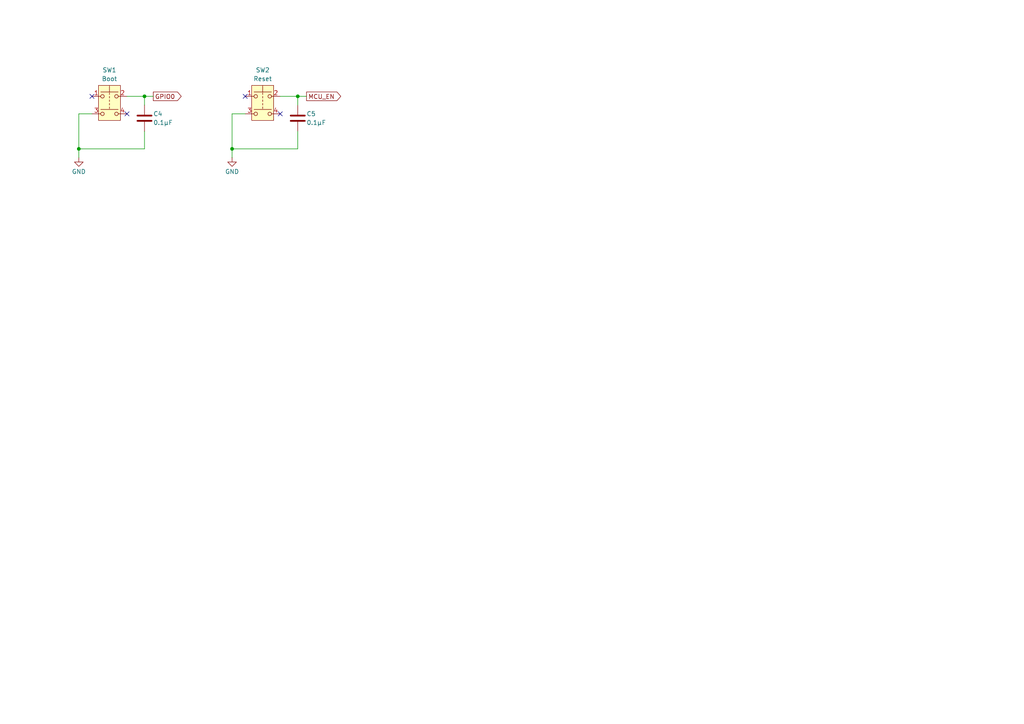
<source format=kicad_sch>
(kicad_sch (version 20231120) (generator "eeschema") (generator_version "8.0")
  (paper "A4")
  (title_block (title "ATL-100 (Multiparametric Station) - SMT Based") (date "2024-09-06") (rev "v0.1.0-alpha") (company "AgroTechLab (Laboratório de Desenvolvimento de Tecnologias para o Agronegócio)") (comment 1 "IFSC/Lages (Instituto Federal de Santa Catarina)") (comment 2 "Confidential (access prohibited without signing a non-disclouser agreement)") (comment 3 "Author: Robson Costa (robson.costa@ifsc.edu.br)"))
  (lib_symbols
    (symbol "Device:C" (pin_numbers hide) (pin_names (offset 0.254))
      (property "Reference" "C" (at 0.635 2.54 0))
      (property "Value" "C" (at 0.635 -2.54 0))
      (symbol "C_0_1"
        (polyline (pts (xy -2.032 -0.762) (xy 2.032 -0.762)) (stroke (width 0.508)))
        (polyline (pts (xy -2.032 0.762) (xy 2.032 0.762)) (stroke (width 0.508)))
      )
      (symbol "C_1_1"
        (pin passive line (at 0 3.81 270) (length 2.794) (name "~") (number "1"))
        (pin passive line (at 0 -3.81 90) (length 2.794) (name "~") (number "2"))
      )
    )
    (symbol "Switch:SW_Push_Dual" (pin_names (offset 1.016) hide)
      (property "Reference" "SW" (at 0 7.62 0))
      (property "Value" "SW_Push_Dual" (at 0 -6.35 0))
      (symbol "SW_Push_Dual_0_1"
        (circle (center -2.032 -2.54) (radius 0.508))
        (circle (center -2.032 2.54) (radius 0.508))
        (polyline (pts (xy 0 -0.508) (xy 0 -1.016)))
        (polyline (pts (xy 0 0.508) (xy 0 0)))
        (polyline (pts (xy 0 1.016) (xy 0 1.524)))
        (polyline (pts (xy 0 2.032) (xy 0 2.54)))
        (polyline (pts (xy 0 3.048) (xy 0 3.556)))
        (polyline (pts (xy 0 3.81) (xy 0 5.588)))
        (polyline (pts (xy 2.54 -1.27) (xy -2.54 -1.27)))
        (polyline (pts (xy 2.54 3.81) (xy -2.54 3.81)))
        (circle (center 2.032 -2.54) (radius 0.508))
        (circle (center 2.032 2.54) (radius 0.508))
        (pin passive line (at -5.08 2.54 0) (length 2.54) (name "1") (number "1"))
        (pin passive line (at 5.08 2.54 180) (length 2.54) (name "2") (number "2"))
        (pin passive line (at -5.08 -2.54 0) (length 2.54) (name "3") (number "3"))
        (pin passive line (at 5.08 -2.54 180) (length 2.54) (name "4") (number "4"))
      )
      (symbol "SW_Push_Dual_1_1"
        (rectangle (start -3.175 5.715) (end 3.175 -4.445) (fill (type background)))
      )
    )
    (symbol "power:GND" (power) (pin_numbers hide) (pin_names (offset 0) hide)
      (property "Value" "GND" (at 0 -3.81 0))
      (symbol "GND_0_1"
        (polyline (pts (xy 0 0) (xy 0 -1.27) (xy 1.27 -1.27) (xy 0 -2.54) (xy -1.27 -1.27) (xy 0 -1.27)))
      )
      (symbol "GND_1_1"
        (pin power_in line (at 0 0 270) (length 0) (name "~") (number "1"))
      )
    )
  )
  (junction (at 67.31 43.18))
  (junction (at 22.86 43.18))
  (junction (at 41.91 27.94))
  (junction (at 86.36 27.94))
  (no_connect (at 81.28 33.02))
  (no_connect (at 71.12 27.94))
  (no_connect (at 26.67 27.94))
  (no_connect (at 36.83 33.02))
  (wire (pts (xy 67.31 43.18) (xy 67.31 45.72)))
  (wire (pts (xy 26.67 33.02) (xy 22.86 33.02)))
  (wire (pts (xy 71.12 33.02) (xy 67.31 33.02)))
  (wire (pts (xy 36.83 27.94) (xy 41.91 27.94)))
  (wire (pts (xy 86.36 27.94) (xy 86.36 30.48)))
  (wire (pts (xy 67.31 43.18) (xy 86.36 43.18)))
  (wire (pts (xy 41.91 27.94) (xy 44.45 27.94)))
  (wire (pts (xy 41.91 27.94) (xy 41.91 30.48)))
  (wire (pts (xy 22.86 33.02) (xy 22.86 43.18)))
  (wire (pts (xy 81.28 27.94) (xy 86.36 27.94)))
  (wire (pts (xy 22.86 43.18) (xy 41.91 43.18)))
  (wire (pts (xy 41.91 43.18) (xy 41.91 38.1)))
  (wire (pts (xy 22.86 43.18) (xy 22.86 45.72)))
  (wire (pts (xy 86.36 27.94) (xy 88.9 27.94)))
  (wire (pts (xy 86.36 43.18) (xy 86.36 38.1)))
  (wire (pts (xy 67.31 33.02) (xy 67.31 43.18)))
  (global_label "GPIO0" (shape output) (at 44.45 27.94 0) (property "Intersheetrefs" "${INTERSHEET_REFS}" (effects (hide yes))))
  (global_label "MCU_EN" (shape output) (at 88.9 27.94 0) (property "Intersheetrefs" "${INTERSHEET_REFS}" (effects (hide yes))))
  (symbol (lib_id "Device:C") (at 86.36 34.29 0) (unit 1)
    (property "Reference" "C5" (at 88.9 33.02 0) (effects (justify left)))
    (property "Value" "0.1µF" (at 88.9 35.56 0) (effects (justify left)))
    (property "Footprint" "Capacitor_SMD:C_0402_1005Metric" (effects (hide yes)))
    (property "Description" "MLCC, 0.1µF, 50V, X7R, 10%, 0402" (effects (hide yes)))
    (property "Manufacturer" "TAIYO YUDEN" (effects (hide yes)))
    (property "Part Number" "MLASU105SB7104KFNB25" (effects (hide yes)))
  )
  (symbol (lib_id "Device:C") (at 41.91 34.29 0) (unit 1)
    (property "Reference" "C4" (at 44.45 33.02 0) (effects (justify left)))
    (property "Value" "0.1µF" (at 44.45 35.56 0) (effects (justify left)))
    (property "Footprint" "Capacitor_SMD:C_0402_1005Metric" (effects (hide yes)))
    (property "Description" "MLCC, 0.1µF, 50V, X7R, 10%, 0402" (effects (hide yes)))
    (property "Manufacturer" "TAIYO YUDEN" (effects (hide yes)))
    (property "Part Number" "MLASU105SB7104KFNB25" (effects (hide yes)))
  )
  (symbol (lib_id "power:GND") (at 22.86 45.72 0) (unit 1)
    (property "Reference" "#PWR08" (effects (hide yes)))
    (property "Value" "GND" (at 22.86 49.784 0))
    (property "Description" "Power symbol creates a global label with name \"GND\" , ground" (effects (hide yes)))
  )
  (symbol (lib_id "power:GND") (at 67.31 45.72 0) (unit 1)
    (property "Reference" "#PWR09" (effects (hide yes)))
    (property "Value" "GND" (at 67.31 49.784 0))
    (property "Description" "Power symbol creates a global label with name \"GND\" , ground" (effects (hide yes)))
  )
  (symbol (lib_id "Switch:SW_Push_Dual") (at 31.75 30.48 0) (unit 1)
    (property "Reference" "SW1" (at 31.75 20.32 0))
    (property "Value" "Boot" (at 31.75 22.86 0))
    (property "Description" "Push button switch, generic, symbol, four pins" (effects (hide yes)))
  )
  (symbol (lib_id "Switch:SW_Push_Dual") (at 76.2 30.48 0) (unit 1)
    (property "Reference" "SW2" (at 76.2 20.32 0))
    (property "Value" "Reset" (at 76.2 22.86 0))
    (property "Description" "Push button switch, generic, symbol, four pins" (effects (hide yes)))
  )
)
</source>
